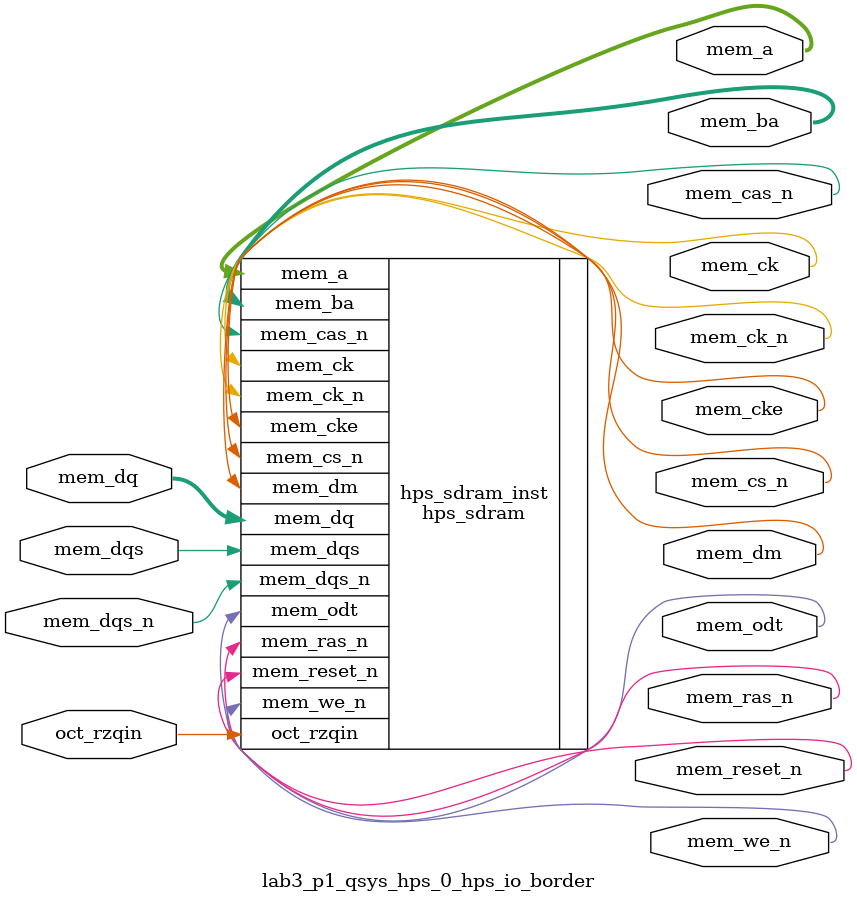
<source format=sv>


module lab3_p1_qsys_hps_0_hps_io_border(
// memory
  output wire [13 - 1 : 0 ] mem_a
 ,output wire [3 - 1 : 0 ] mem_ba
 ,output wire [1 - 1 : 0 ] mem_ck
 ,output wire [1 - 1 : 0 ] mem_ck_n
 ,output wire [1 - 1 : 0 ] mem_cke
 ,output wire [1 - 1 : 0 ] mem_cs_n
 ,output wire [1 - 1 : 0 ] mem_ras_n
 ,output wire [1 - 1 : 0 ] mem_cas_n
 ,output wire [1 - 1 : 0 ] mem_we_n
 ,output wire [1 - 1 : 0 ] mem_reset_n
 ,inout wire [8 - 1 : 0 ] mem_dq
 ,inout wire [1 - 1 : 0 ] mem_dqs
 ,inout wire [1 - 1 : 0 ] mem_dqs_n
 ,output wire [1 - 1 : 0 ] mem_odt
 ,output wire [1 - 1 : 0 ] mem_dm
 ,input wire [1 - 1 : 0 ] oct_rzqin
);


hps_sdram hps_sdram_inst(
 .mem_dq({
    mem_dq[7:0] // 7:0
  })
,.mem_odt({
    mem_odt[0:0] // 0:0
  })
,.mem_ras_n({
    mem_ras_n[0:0] // 0:0
  })
,.mem_dqs_n({
    mem_dqs_n[0:0] // 0:0
  })
,.mem_dqs({
    mem_dqs[0:0] // 0:0
  })
,.mem_dm({
    mem_dm[0:0] // 0:0
  })
,.mem_we_n({
    mem_we_n[0:0] // 0:0
  })
,.mem_cas_n({
    mem_cas_n[0:0] // 0:0
  })
,.mem_ba({
    mem_ba[2:0] // 2:0
  })
,.mem_a({
    mem_a[12:0] // 12:0
  })
,.mem_cs_n({
    mem_cs_n[0:0] // 0:0
  })
,.mem_ck({
    mem_ck[0:0] // 0:0
  })
,.mem_cke({
    mem_cke[0:0] // 0:0
  })
,.oct_rzqin({
    oct_rzqin[0:0] // 0:0
  })
,.mem_reset_n({
    mem_reset_n[0:0] // 0:0
  })
,.mem_ck_n({
    mem_ck_n[0:0] // 0:0
  })
);

endmodule


</source>
